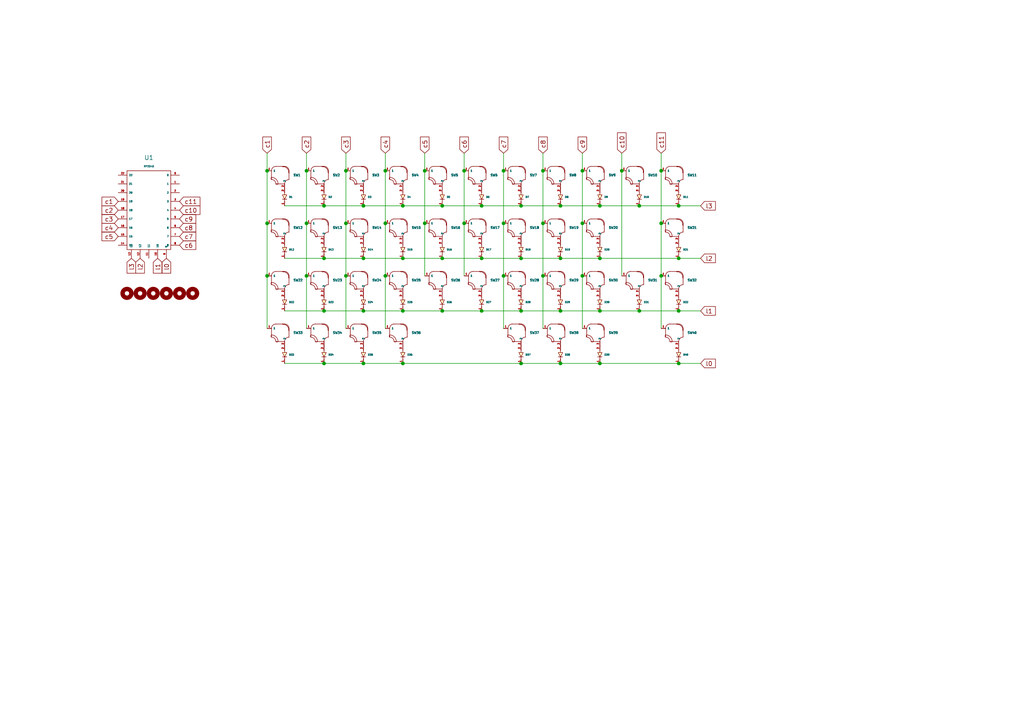
<source format=kicad_sch>
(kicad_sch (version 20211123) (generator eeschema)
  (paper "A4")
  (lib_symbols
    (symbol "Mechanical:MountingHole" (pin_names (offset 1.016))
      (property "Reference" "H" (at 0 5.08 0))
      (property "Value" "MountingHole" (at 0 3.175 0))
      (symbol "MountingHole_0_1"
        (circle (center 0 0) (radius 1.27) (stroke (width 1.27)))
      )
    )
    (symbol "keyb:Diode"
      (property "Reference" "D" (at -0.635 -1.27 0))
      (symbol "Diode_0_1"
        (polyline (pts (xy -1.27 0) (xy -0.635 0)))
        (polyline (pts (xy 0.635 0) (xy 1.27 0)))
        (polyline (pts (xy -0.635 0.635) (xy -0.635 -0.635) (xy -0.635 0)))
        (polyline (pts (xy -0.635 0) (xy 0.635 0.635) (xy 0.635 -0.635) (xy -0.635 0)) (fill (type background)))
      )
      (symbol "Diode_1_1"
        (pin bidirectional line (at -2.54 0 0) (length 1.27) (name "") (number "1"))
        (pin bidirectional line (at 2.54 0 180) (length 1.27) (name "") (number "2"))
      )
    )
    (symbol "keyb:RP2040"
      (property "Reference" "U" (at 0 1.27 0))
      (property "Value" "RP2040" (at 0 -2.54 0))
      (symbol "RP2040_0_1"
        (rectangle (start -6.35 11.43) (end 6.35 -11.43))
      )
      (symbol "RP2040_1_1"
        (pin bidirectional line (at 8.89 10.16 180) (length 2.54) (name "0") (number "0"))
        (pin bidirectional line (at 8.89 7.62 180) (length 2.54) (name "1") (number "1"))
        (pin bidirectional line (at 2.54 -13.97 90) (length 2.54) (name "10") (number "10"))
        (pin bidirectional line (at 0 -13.97 90) (length 2.54) (name "11") (number "11"))
        (pin bidirectional line (at -2.54 -13.97 90) (length 2.54) (name "12") (number "12"))
        (pin bidirectional line (at -5.08 -13.97 90) (length 2.54) (name "13") (number "13"))
        (pin bidirectional line (at -8.89 -10.16 0) (length 2.54) (name "14") (number "14"))
        (pin bidirectional line (at -8.89 -7.62 0) (length 2.54) (name "15") (number "15"))
        (pin bidirectional line (at -8.89 -5.08 0) (length 2.54) (name "16") (number "16"))
        (pin bidirectional line (at -8.89 -2.54 0) (length 2.54) (name "17") (number "17"))
        (pin bidirectional line (at -8.89 0 0) (length 2.54) (name "18") (number "18"))
        (pin bidirectional line (at -8.89 2.54 0) (length 2.54) (name "19") (number "19"))
        (pin bidirectional line (at 8.89 5.08 180) (length 2.54) (name "2") (number "2"))
        (pin bidirectional line (at -8.89 5.08 0) (length 2.54) (name "20") (number "20"))
        (pin bidirectional line (at -8.89 7.62 0) (length 2.54) (name "21") (number "21"))
        (pin bidirectional line (at -8.89 10.16 0) (length 2.54) (name "22") (number "22"))
        (pin bidirectional line (at 8.89 2.54 180) (length 2.54) (name "3") (number "3"))
        (pin bidirectional line (at 8.89 0 180) (length 2.54) (name "4") (number "4"))
        (pin bidirectional line (at 8.89 -2.54 180) (length 2.54) (name "5") (number "5"))
        (pin bidirectional line (at 8.89 -5.08 180) (length 2.54) (name "6") (number "6"))
        (pin bidirectional line (at 8.89 -7.62 180) (length 2.54) (name "7") (number "7"))
        (pin bidirectional line (at 8.89 -10.16 180) (length 2.54) (name "8") (number "8"))
        (pin bidirectional line (at 5.08 -13.97 90) (length 2.54) (name "9") (number "9"))
      )
    )
    (symbol "keyb:key"
      (property "Reference" "SW" (at 0 0 0))
      (symbol "key_0_1"
        (arc (start -2.54 -0.635) (mid -2.6715 -0.9525) (end -2.54 -1.27))
        (arc (start -1.27 -2.54) (mid -1.642 -1.642) (end -2.54 -1.27))
        (arc (start -1.27 -2.54) (mid -0.9525 -2.6715) (end -0.635 -2.54))
        (arc (start -1.27 2.54) (mid -2.168 2.168) (end -2.54 1.27))
        (arc (start -0.635 -2.54) (mid -1.1935 -1.1935) (end -2.54 -0.635))
        (polyline (pts (xy -2.54 -1.27) (xy -2.54 1.27)))
        (polyline (pts (xy -1.27 -2.54) (xy 1.27 -2.54)))
        (polyline (pts (xy 1.27 2.54) (xy -1.27 2.54)))
        (polyline (pts (xy 2.54 -1.27) (xy 2.54 1.27)))
        (arc (start 0.635 2.54) (mid 0.9525 1.7735) (end 1.27 2.54))
        (arc (start 2.54 -1.27) (mid 0.372 -0.372) (end 1.27 -2.54))
        (arc (start 2.54 0.635) (mid 3.887 3.887) (end 0.635 2.54))
        (arc (start 2.54 1.27) (mid 3.438 3.438) (end 1.27 2.54))
        (arc (start 2.54 1.27) (mid 1.7735 0.9525) (end 2.54 0.635))
      )
      (symbol "key_1_1"
        (pin bidirectional line (at -3.81 1.27 0) (length 1.27) (name "1") (number "1"))
        (pin bidirectional line (at 1.27 -3.81 90) (length 1.27) (name "2") (number "2"))
      )
    )
  )
  (junction (at 196.85 59.69))
  (junction (at 162.56 74.93))
  (junction (at 180.34 49.53))
  (junction (at 93.98 74.93))
  (junction (at 191.77 80.01))
  (junction (at 157.48 49.53))
  (junction (at 139.7 90.17))
  (junction (at 146.05 64.77))
  (junction (at 196.85 90.17))
  (junction (at 111.76 80.01))
  (junction (at 88.9 49.53))
  (junction (at 116.84 74.93))
  (junction (at 151.13 74.93))
  (junction (at 100.33 64.77))
  (junction (at 88.9 80.01))
  (junction (at 100.33 80.01))
  (junction (at 173.99 90.17))
  (junction (at 105.41 90.17))
  (junction (at 100.33 49.53))
  (junction (at 105.41 105.41))
  (junction (at 123.19 49.53))
  (junction (at 157.48 64.77))
  (junction (at 196.85 105.41))
  (junction (at 168.91 64.77))
  (junction (at 93.98 105.41))
  (junction (at 168.91 49.53))
  (junction (at 128.27 90.17))
  (junction (at 116.84 90.17))
  (junction (at 77.47 49.53))
  (junction (at 168.91 80.01))
  (junction (at 191.77 49.53))
  (junction (at 134.62 49.53))
  (junction (at 77.47 80.01))
  (junction (at 134.62 64.77))
  (junction (at 146.05 80.01))
  (junction (at 128.27 74.93))
  (junction (at 185.42 90.17))
  (junction (at 157.48 80.01))
  (junction (at 111.76 49.53))
  (junction (at 173.99 74.93))
  (junction (at 123.19 64.77))
  (junction (at 191.77 64.77))
  (junction (at 93.98 59.69))
  (junction (at 162.56 90.17))
  (junction (at 116.84 59.69))
  (junction (at 93.98 90.17))
  (junction (at 77.47 64.77))
  (junction (at 88.9 64.77))
  (junction (at 151.13 90.17))
  (junction (at 196.85 74.93))
  (junction (at 105.41 74.93))
  (junction (at 151.13 105.41))
  (junction (at 105.41 59.69))
  (junction (at 146.05 49.53))
  (junction (at 128.27 59.69))
  (junction (at 151.13 59.69))
  (junction (at 185.42 59.69))
  (junction (at 162.56 105.41))
  (junction (at 173.99 59.69))
  (junction (at 139.7 59.69))
  (junction (at 111.76 64.77))
  (junction (at 139.7 74.93))
  (junction (at 162.56 59.69))
  (junction (at 116.84 105.41))
  (junction (at 173.99 105.41))
  (wire (pts (xy 173.99 74.93) (xy 196.85 74.93)))
  (wire (pts (xy 180.34 49.53) (xy 180.34 80.01)))
  (wire (pts (xy 105.41 105.41) (xy 116.84 105.41)))
  (wire (pts (xy 111.76 44.45) (xy 111.76 49.53)))
  (wire (pts (xy 151.13 59.69) (xy 162.56 59.69)))
  (wire (pts (xy 173.99 105.41) (xy 196.85 105.41)))
  (wire (pts (xy 77.47 80.01) (xy 77.47 95.25)))
  (wire (pts (xy 88.9 80.01) (xy 88.9 95.25)))
  (wire (pts (xy 196.85 105.41) (xy 203.2 105.41)))
  (wire (pts (xy 173.99 90.17) (xy 185.42 90.17)))
  (wire (pts (xy 111.76 80.01) (xy 111.76 95.25)))
  (wire (pts (xy 157.48 49.53) (xy 157.48 64.77)))
  (wire (pts (xy 82.55 74.93) (xy 93.98 74.93)))
  (wire (pts (xy 134.62 49.53) (xy 134.62 64.77)))
  (wire (pts (xy 191.77 49.53) (xy 191.77 64.77)))
  (wire (pts (xy 168.91 64.77) (xy 168.91 80.01)))
  (wire (pts (xy 111.76 49.53) (xy 111.76 64.77)))
  (wire (pts (xy 128.27 74.93) (xy 139.7 74.93)))
  (wire (pts (xy 185.42 59.69) (xy 196.85 59.69)))
  (wire (pts (xy 100.33 44.45) (xy 100.33 49.53)))
  (wire (pts (xy 180.34 44.45) (xy 180.34 49.53)))
  (wire (pts (xy 123.19 49.53) (xy 123.19 64.77)))
  (wire (pts (xy 134.62 64.77) (xy 134.62 80.01)))
  (wire (pts (xy 168.91 49.53) (xy 168.91 64.77)))
  (wire (pts (xy 146.05 80.01) (xy 146.05 95.25)))
  (wire (pts (xy 128.27 59.69) (xy 139.7 59.69)))
  (wire (pts (xy 82.55 59.69) (xy 93.98 59.69)))
  (wire (pts (xy 93.98 90.17) (xy 105.41 90.17)))
  (wire (pts (xy 111.76 64.77) (xy 111.76 80.01)))
  (wire (pts (xy 139.7 90.17) (xy 151.13 90.17)))
  (wire (pts (xy 162.56 74.93) (xy 173.99 74.93)))
  (wire (pts (xy 128.27 90.17) (xy 139.7 90.17)))
  (wire (pts (xy 100.33 64.77) (xy 100.33 80.01)))
  (wire (pts (xy 77.47 64.77) (xy 77.47 80.01)))
  (wire (pts (xy 116.84 105.41) (xy 151.13 105.41)))
  (wire (pts (xy 185.42 90.17) (xy 196.85 90.17)))
  (wire (pts (xy 123.19 44.45) (xy 123.19 49.53)))
  (wire (pts (xy 157.48 80.01) (xy 157.48 95.25)))
  (wire (pts (xy 100.33 80.01) (xy 100.33 95.25)))
  (wire (pts (xy 151.13 105.41) (xy 162.56 105.41)))
  (wire (pts (xy 116.84 74.93) (xy 128.27 74.93)))
  (wire (pts (xy 168.91 80.01) (xy 168.91 95.25)))
  (wire (pts (xy 191.77 44.45) (xy 191.77 49.53)))
  (wire (pts (xy 105.41 59.69) (xy 116.84 59.69)))
  (wire (pts (xy 173.99 59.69) (xy 185.42 59.69)))
  (wire (pts (xy 168.91 44.45) (xy 168.91 49.53)))
  (wire (pts (xy 134.62 44.45) (xy 134.62 49.53)))
  (wire (pts (xy 88.9 44.45) (xy 88.9 49.53)))
  (wire (pts (xy 162.56 90.17) (xy 173.99 90.17)))
  (wire (pts (xy 146.05 49.53) (xy 146.05 64.77)))
  (wire (pts (xy 93.98 59.69) (xy 105.41 59.69)))
  (wire (pts (xy 105.41 74.93) (xy 116.84 74.93)))
  (wire (pts (xy 139.7 74.93) (xy 151.13 74.93)))
  (wire (pts (xy 93.98 74.93) (xy 105.41 74.93)))
  (wire (pts (xy 105.41 90.17) (xy 116.84 90.17)))
  (wire (pts (xy 88.9 64.77) (xy 88.9 80.01)))
  (wire (pts (xy 191.77 80.01) (xy 191.77 95.25)))
  (wire (pts (xy 162.56 105.41) (xy 173.99 105.41)))
  (wire (pts (xy 157.48 64.77) (xy 157.48 80.01)))
  (wire (pts (xy 196.85 59.69) (xy 203.2 59.69)))
  (wire (pts (xy 77.47 44.45) (xy 77.47 49.53)))
  (wire (pts (xy 157.48 44.45) (xy 157.48 49.53)))
  (wire (pts (xy 77.47 49.53) (xy 77.47 64.77)))
  (wire (pts (xy 82.55 105.41) (xy 93.98 105.41)))
  (wire (pts (xy 139.7 59.69) (xy 151.13 59.69)))
  (wire (pts (xy 151.13 74.93) (xy 162.56 74.93)))
  (wire (pts (xy 191.77 64.77) (xy 191.77 80.01)))
  (wire (pts (xy 82.55 90.17) (xy 93.98 90.17)))
  (wire (pts (xy 93.98 105.41) (xy 105.41 105.41)))
  (wire (pts (xy 116.84 90.17) (xy 128.27 90.17)))
  (wire (pts (xy 116.84 59.69) (xy 128.27 59.69)))
  (wire (pts (xy 100.33 49.53) (xy 100.33 64.77)))
  (wire (pts (xy 146.05 64.77) (xy 146.05 80.01)))
  (wire (pts (xy 88.9 49.53) (xy 88.9 64.77)))
  (wire (pts (xy 146.05 44.45) (xy 146.05 49.53)))
  (wire (pts (xy 196.85 74.93) (xy 203.2 74.93)))
  (wire (pts (xy 151.13 90.17) (xy 162.56 90.17)))
  (wire (pts (xy 162.56 59.69) (xy 173.99 59.69)))
  (wire (pts (xy 123.19 64.77) (xy 123.19 80.01)))
  (wire (pts (xy 196.85 90.17) (xy 203.2 90.17)))
  (global_label "c3" (shape input) (at 34.29 63.5 180) (property "Références Inter-Feuilles" "${INTERSHEET_REFS}" (effects hide)))
  (global_label "c2" (shape input) (at 34.29 60.96 180) (property "Références Inter-Feuilles" "${INTERSHEET_REFS}" (effects hide)))
  (global_label "c3" (shape input) (at 100.33 44.45 90) (property "Références Inter-Feuilles" "${INTERSHEET_REFS}" (effects hide)))
  (global_label "c2" (shape input) (at 88.9 44.45 90) (property "Références Inter-Feuilles" "${INTERSHEET_REFS}" (effects hide)))
  (global_label "c8" (shape input) (at 52.07 66.04 0) (property "Références Inter-Feuilles" "${INTERSHEET_REFS}" (effects hide)))
  (global_label "c6" (shape input) (at 52.07 71.12 0) (property "Références Inter-Feuilles" "${INTERSHEET_REFS}" (effects hide)))
  (global_label "c7" (shape input) (at 146.05 44.45 90) (property "Références Inter-Feuilles" "${INTERSHEET_REFS}" (effects hide)))
  (global_label "c1" (shape input) (at 34.29 58.42 180) (property "Références Inter-Feuilles" "${INTERSHEET_REFS}" (effects hide)))
  (global_label "c11" (shape input) (at 52.07 58.42 0) (property "Références Inter-Feuilles" "${INTERSHEET_REFS}" (effects hide)))
  (global_label "l0" (shape input) (at 203.2 105.41 0) (property "Références Inter-Feuilles" "${INTERSHEET_REFS}" (effects hide)))
  (global_label "c4" (shape input) (at 34.29 66.04 180) (property "Références Inter-Feuilles" "${INTERSHEET_REFS}" (effects hide)))
  (global_label "l3" (shape input) (at 203.2 59.69 0) (property "Références Inter-Feuilles" "${INTERSHEET_REFS}" (effects hide)))
  (global_label "l1" (shape input) (at 45.72 74.93 270) (property "Références Inter-Feuilles" "${INTERSHEET_REFS}" (effects hide)))
  (global_label "c9" (shape input) (at 52.07 63.5 0) (property "Références Inter-Feuilles" "${INTERSHEET_REFS}" (effects hide)))
  (global_label "c10" (shape input) (at 52.07 60.96 0) (property "Références Inter-Feuilles" "${INTERSHEET_REFS}" (effects hide)))
  (global_label "c10" (shape input) (at 180.34 44.45 90) (property "Références Inter-Feuilles" "${INTERSHEET_REFS}" (effects hide)))
  (global_label "c8" (shape input) (at 157.48 44.45 90) (property "Références Inter-Feuilles" "${INTERSHEET_REFS}" (effects hide)))
  (global_label "c1" (shape input) (at 77.47 44.45 90) (property "Références Inter-Feuilles" "${INTERSHEET_REFS}" (effects hide)))
  (global_label "c5" (shape input) (at 34.29 68.58 180) (property "Références Inter-Feuilles" "${INTERSHEET_REFS}" (effects hide)))
  (global_label "c4" (shape input) (at 111.76 44.45 90) (property "Références Inter-Feuilles" "${INTERSHEET_REFS}" (effects hide)))
  (global_label "c6" (shape input) (at 134.62 44.45 90) (property "Références Inter-Feuilles" "${INTERSHEET_REFS}" (effects hide)))
  (global_label "c9" (shape input) (at 168.91 44.45 90) (property "Références Inter-Feuilles" "${INTERSHEET_REFS}" (effects hide)))
  (global_label "l3" (shape input) (at 38.1 74.93 270) (property "Références Inter-Feuilles" "${INTERSHEET_REFS}" (effects hide)))
  (global_label "c11" (shape input) (at 191.77 44.45 90) (property "Références Inter-Feuilles" "${INTERSHEET_REFS}" (effects hide)))
  (global_label "c5" (shape input) (at 123.19 44.45 90) (property "Références Inter-Feuilles" "${INTERSHEET_REFS}" (effects hide)))
  (global_label "l2" (shape input) (at 40.64 74.93 270) (property "Références Inter-Feuilles" "${INTERSHEET_REFS}" (effects hide)))
  (global_label "c7" (shape input) (at 52.07 68.58 0) (property "Références Inter-Feuilles" "${INTERSHEET_REFS}" (effects hide)))
  (global_label "l1" (shape input) (at 203.2 90.17 0) (property "Références Inter-Feuilles" "${INTERSHEET_REFS}" (effects hide)))
  (global_label "l2" (shape input) (at 203.2 74.93 0) (property "Références Inter-Feuilles" "${INTERSHEET_REFS}" (effects hide)))
  (global_label "l0" (shape input) (at 48.26 74.93 270) (property "Références Inter-Feuilles" "${INTERSHEET_REFS}" (effects hide)))
  (symbol (lib_id "keyb:Diode") (at 173.99 87.63 90) (unit 1)
    (property "Reference" "D30" (at 175.26 87.63 90) (effects (font (size 0.5 0.5)) (justify right)))
    (property "Value" "Diode" (effects hide))
    (property "Footprint" "keyb-libs:Diode" (effects hide))
  )
  (symbol (lib_id "keyb:Diode") (at 116.84 57.15 90) (unit 1)
    (property "Reference" "D4" (at 118.11 57.15 90) (effects (font (size 0.5 0.5)) (justify right)))
    (property "Value" "Diode" (effects hide))
    (property "Footprint" "keyb-libs:Diode" (effects hide))
  )
  (symbol (lib_id "keyb:key") (at 127 66.04 0) (unit 1)
    (property "Reference" "SW16" (at 130.81 66.0399 0) (effects (font (size 0.65 0.65)) (justify left)))
    (property "Value" "key" (effects hide))
    (property "Footprint" "keyb-libs:MX-5pin" (effects hide))
  )
  (symbol (lib_id "keyb:Diode") (at 196.85 102.87 90) (unit 1)
    (property "Reference" "D40" (at 198.12 102.87 90) (effects (font (size 0.5 0.5)) (justify right)))
    (property "Value" "Diode" (effects hide))
    (property "Footprint" "keyb-libs:Diode" (effects hide))
  )
  (symbol (lib_id "keyb:Diode") (at 116.84 72.39 90) (unit 1)
    (property "Reference" "D15" (at 118.11 72.39 90) (effects (font (size 0.5 0.5)) (justify right)))
    (property "Value" "Diode" (effects hide))
    (property "Footprint" "keyb-libs:Diode" (effects hide))
  )
  (symbol (lib_id "Mechanical:MountingHole") (at 44.45 85.09 0) (unit 1)
    (property "Reference" "H3" (effects hide))
    (property "Value" "MountingHole" (effects hide))
    (property "Footprint" "MountingHole:MountingHole_2.2mm_M2" (effects hide))
  )
  (symbol (lib_id "keyb:key") (at 172.72 66.04 0) (unit 1)
    (property "Reference" "SW20" (at 176.53 66.0399 0) (effects (font (size 0.65 0.65)) (justify left)))
    (property "Value" "key" (effects hide))
    (property "Footprint" "keyb-libs:MX-5pin" (effects hide))
  )
  (symbol (lib_id "keyb:key") (at 81.28 66.04 0) (unit 1)
    (property "Reference" "SW12" (at 85.09 66.0399 0) (effects (font (size 0.65 0.65)) (justify left)))
    (property "Value" "key" (effects hide))
    (property "Footprint" "keyb-libs:MX-5pin" (effects hide))
  )
  (symbol (lib_id "keyb:Diode") (at 162.56 57.15 90) (unit 1)
    (property "Reference" "D8" (at 163.83 57.15 90) (effects (font (size 0.5 0.5)) (justify right)))
    (property "Value" "Diode" (effects hide))
    (property "Footprint" "keyb-libs:Diode" (effects hide))
  )
  (symbol (lib_id "keyb:Diode") (at 185.42 87.63 90) (unit 1)
    (property "Reference" "D31" (at 186.69 87.63 90) (effects (font (size 0.5 0.5)) (justify right)))
    (property "Value" "Diode" (effects hide))
    (property "Footprint" "keyb-libs:Diode" (effects hide))
  )
  (symbol (lib_id "Mechanical:MountingHole") (at 48.26 85.09 0) (unit 1)
    (property "Reference" "H4" (effects hide))
    (property "Value" "MountingHole" (effects hide))
    (property "Footprint" "MountingHole:MountingHole_2.2mm_M2" (effects hide))
  )
  (symbol (lib_id "keyb:key") (at 184.15 81.28 0) (unit 1)
    (property "Reference" "SW31" (at 187.96 81.2799 0) (effects (font (size 0.65 0.65)) (justify left)))
    (property "Value" "key" (effects hide))
    (property "Footprint" "keyb-libs:MX-5pin" (effects hide))
  )
  (symbol (lib_id "keyb:Diode") (at 139.7 87.63 90) (unit 1)
    (property "Reference" "D27" (at 140.97 87.63 90) (effects (font (size 0.5 0.5)) (justify right)))
    (property "Value" "Diode" (effects hide))
    (property "Footprint" "keyb-libs:Diode" (effects hide))
  )
  (symbol (lib_id "keyb:key") (at 92.71 81.28 0) (unit 1)
    (property "Reference" "SW23" (at 96.52 81.2799 0) (effects (font (size 0.65 0.65)) (justify left)))
    (property "Value" "key" (effects hide))
    (property "Footprint" "keyb-libs:MX-5pin" (effects hide))
  )
  (symbol (lib_id "keyb:RP2040") (at 43.18 60.96 0) (unit 1)
    (property "Reference" "U1" (at 43.18 45.72 0))
    (property "Value" "RP2040" (at 43.18 48.26 0) (effects (font (size 0.5 0.5))))
    (property "Footprint" "keyb-libs:RP2040" (effects hide))
  )
  (symbol (lib_id "keyb:Diode") (at 82.55 102.87 90) (unit 1)
    (property "Reference" "D33" (at 83.82 102.87 90) (effects (font (size 0.5 0.5)) (justify right)))
    (property "Value" "Diode" (effects hide))
    (property "Footprint" "keyb-libs:Diode" (effects hide))
  )
  (symbol (lib_id "keyb:key") (at 104.14 81.28 0) (unit 1)
    (property "Reference" "SW24" (at 107.95 81.2799 0) (effects (font (size 0.65 0.65)) (justify left)))
    (property "Value" "key" (effects hide))
    (property "Footprint" "keyb-libs:MX-5pin" (effects hide))
  )
  (symbol (lib_id "keyb:Diode") (at 196.85 57.15 90) (unit 1)
    (property "Reference" "D11" (at 198.12 57.15 90) (effects (font (size 0.5 0.5)) (justify right)))
    (property "Value" "Diode" (effects hide))
    (property "Footprint" "keyb-libs:Diode" (effects hide))
  )
  (symbol (lib_id "keyb:key") (at 195.58 96.52 0) (unit 1)
    (property "Reference" "SW40" (at 199.39 96.5199 0) (effects (font (size 0.65 0.65)) (justify left)))
    (property "Value" "key" (effects hide))
    (property "Footprint" "keyb-libs:MX-5pin" (effects hide))
  )
  (symbol (lib_id "Mechanical:MountingHole") (at 36.83 85.09 0) (unit 1)
    (property "Reference" "H1" (effects hide))
    (property "Value" "MountingHole" (effects hide))
    (property "Footprint" "MountingHole:MountingHole_2.2mm_M2" (effects hide))
  )
  (symbol (lib_id "keyb:key") (at 149.86 81.28 0) (unit 1)
    (property "Reference" "SW28" (at 153.67 81.2799 0) (effects (font (size 0.65 0.65)) (justify left)))
    (property "Value" "key" (effects hide))
    (property "Footprint" "keyb-libs:MX-5pin" (effects hide))
  )
  (symbol (lib_id "keyb:Diode") (at 128.27 57.15 90) (unit 1)
    (property "Reference" "D5" (at 129.54 57.15 90) (effects (font (size 0.5 0.5)) (justify right)))
    (property "Value" "Diode" (effects hide))
    (property "Footprint" "keyb-libs:Diode" (effects hide))
  )
  (symbol (lib_id "keyb:Diode") (at 151.13 87.63 90) (unit 1)
    (property "Reference" "D28" (at 152.4 87.63 90) (effects (font (size 0.5 0.5)) (justify right)))
    (property "Value" "Diode" (effects hide))
    (property "Footprint" "keyb-libs:Diode" (effects hide))
  )
  (symbol (lib_id "keyb:key") (at 149.86 66.04 0) (unit 1)
    (property "Reference" "SW18" (at 153.67 66.0399 0) (effects (font (size 0.65 0.65)) (justify left)))
    (property "Value" "key" (effects hide))
    (property "Footprint" "keyb-libs:MX-5pin" (effects hide))
  )
  (symbol (lib_id "keyb:key") (at 127 50.8 0) (unit 1)
    (property "Reference" "SW5" (at 130.81 50.7999 0) (effects (font (size 0.65 0.65)) (justify left)))
    (property "Value" "key" (effects hide))
    (property "Footprint" "keyb-libs:MX-5pin" (effects hide))
  )
  (symbol (lib_id "keyb:Diode") (at 173.99 57.15 90) (unit 1)
    (property "Reference" "D9" (at 175.26 57.15 90) (effects (font (size 0.5 0.5)) (justify right)))
    (property "Value" "Diode" (effects hide))
    (property "Footprint" "keyb-libs:Diode" (effects hide))
  )
  (symbol (lib_id "keyb:Diode") (at 196.85 87.63 90) (unit 1)
    (property "Reference" "D32" (at 198.12 87.63 90) (effects (font (size 0.5 0.5)) (justify right)))
    (property "Value" "Diode" (effects hide))
    (property "Footprint" "keyb-libs:Diode" (effects hide))
  )
  (symbol (lib_id "keyb:key") (at 81.28 81.28 0) (unit 1)
    (property "Reference" "SW22" (at 85.09 81.2799 0) (effects (font (size 0.65 0.65)) (justify left)))
    (property "Value" "key" (effects hide))
    (property "Footprint" "keyb-libs:MX-5pin" (effects hide))
  )
  (symbol (lib_id "keyb:key") (at 115.57 50.8 0) (unit 1)
    (property "Reference" "SW4" (at 119.38 50.7999 0) (effects (font (size 0.65 0.65)) (justify left)))
    (property "Value" "key" (effects hide))
    (property "Footprint" "keyb-libs:MX-5pin" (effects hide))
  )
  (symbol (lib_id "keyb:key") (at 172.72 96.52 0) (unit 1)
    (property "Reference" "SW39" (at 176.53 96.5199 0) (effects (font (size 0.65 0.65)) (justify left)))
    (property "Value" "key" (effects hide))
    (property "Footprint" "keyb-libs:MX-5pin" (effects hide))
  )
  (symbol (lib_id "Mechanical:MountingHole") (at 40.64 85.09 0) (unit 1)
    (property "Reference" "H2" (effects hide))
    (property "Value" "MountingHole" (effects hide))
    (property "Footprint" "MountingHole:MountingHole_2.2mm_M2" (effects hide))
  )
  (symbol (lib_id "keyb:Diode") (at 82.55 57.15 90) (unit 1)
    (property "Reference" "D1" (at 83.82 57.15 90) (effects (font (size 0.5 0.5)) (justify right)))
    (property "Value" "Diode" (effects hide))
    (property "Footprint" "keyb-libs:Diode" (effects hide))
  )
  (symbol (lib_id "keyb:Diode") (at 151.13 102.87 90) (unit 1)
    (property "Reference" "D37" (at 152.4 102.87 90) (effects (font (size 0.5 0.5)) (justify right)))
    (property "Value" "Diode" (effects hide))
    (property "Footprint" "keyb-libs:Diode" (effects hide))
  )
  (symbol (lib_id "keyb:Diode") (at 82.55 72.39 90) (unit 1)
    (property "Reference" "D12" (at 83.82 72.39 90) (effects (font (size 0.5 0.5)) (justify right)))
    (property "Value" "Diode" (effects hide))
    (property "Footprint" "keyb-libs:Diode" (effects hide))
  )
  (symbol (lib_id "keyb:Diode") (at 139.7 72.39 90) (unit 1)
    (property "Reference" "D17" (at 140.97 72.39 90) (effects (font (size 0.5 0.5)) (justify right)))
    (property "Value" "Diode" (effects hide))
    (property "Footprint" "keyb-libs:Diode" (effects hide))
  )
  (symbol (lib_id "keyb:key") (at 138.43 66.04 0) (unit 1)
    (property "Reference" "SW17" (at 142.24 66.0399 0) (effects (font (size 0.65 0.65)) (justify left)))
    (property "Value" "key" (effects hide))
    (property "Footprint" "keyb-libs:MX-5pin" (effects hide))
  )
  (symbol (lib_id "keyb:key") (at 127 81.28 0) (unit 1)
    (property "Reference" "SW26" (at 130.81 81.2799 0) (effects (font (size 0.65 0.65)) (justify left)))
    (property "Value" "key" (effects hide))
    (property "Footprint" "keyb-libs:MX-5pin" (effects hide))
  )
  (symbol (lib_id "keyb:Diode") (at 162.56 102.87 90) (unit 1)
    (property "Reference" "D38" (at 163.83 102.87 90) (effects (font (size 0.5 0.5)) (justify right)))
    (property "Value" "Diode" (effects hide))
    (property "Footprint" "keyb-libs:Diode" (effects hide))
  )
  (symbol (lib_id "keyb:key") (at 149.86 50.8 0) (unit 1)
    (property "Reference" "SW7" (at 153.67 50.7999 0) (effects (font (size 0.65 0.65)) (justify left)))
    (property "Value" "key" (effects hide))
    (property "Footprint" "keyb-libs:MX-5pin" (effects hide))
  )
  (symbol (lib_id "keyb:key") (at 104.14 50.8 0) (unit 1)
    (property "Reference" "SW3" (at 107.95 50.7999 0) (effects (font (size 0.65 0.65)) (justify left)))
    (property "Value" "key" (effects hide))
    (property "Footprint" "keyb-libs:MX-5pin" (effects hide))
  )
  (symbol (lib_id "Mechanical:MountingHole") (at 52.07 85.09 0) (unit 1)
    (property "Reference" "H5" (effects hide))
    (property "Value" "MountingHole" (effects hide))
    (property "Footprint" "MountingHole:MountingHole_2.2mm_M2" (effects hide))
  )
  (symbol (lib_id "keyb:key") (at 172.72 50.8 0) (unit 1)
    (property "Reference" "SW9" (at 176.53 50.7999 0) (effects (font (size 0.65 0.65)) (justify left)))
    (property "Value" "key" (effects hide))
    (property "Footprint" "keyb-libs:MX-5pin" (effects hide))
  )
  (symbol (lib_id "keyb:Diode") (at 173.99 72.39 90) (unit 1)
    (property "Reference" "D20" (at 175.26 72.39 90) (effects (font (size 0.5 0.5)) (justify right)))
    (property "Value" "Diode" (effects hide))
    (property "Footprint" "keyb-libs:Diode" (effects hide))
  )
  (symbol (lib_id "keyb:Diode") (at 196.85 72.39 90) (unit 1)
    (property "Reference" "D21" (at 198.12 72.39 90) (effects (font (size 0.5 0.5)) (justify right)))
    (property "Value" "Diode" (effects hide))
    (property "Footprint" "keyb-libs:Diode" (effects hide))
  )
  (symbol (lib_id "keyb:key") (at 161.29 81.28 0) (unit 1)
    (property "Reference" "SW29" (at 165.1 81.2799 0) (effects (font (size 0.65 0.65)) (justify left)))
    (property "Value" "key" (effects hide))
    (property "Footprint" "keyb-libs:MX-5pin" (effects hide))
  )
  (symbol (lib_id "keyb:Diode") (at 105.41 87.63 90) (unit 1)
    (property "Reference" "D24" (at 106.68 87.63 90) (effects (font (size 0.5 0.5)) (justify right)))
    (property "Value" "Diode" (effects hide))
    (property "Footprint" "keyb-libs:Diode" (effects hide))
  )
  (symbol (lib_id "keyb:Diode") (at 93.98 102.87 90) (unit 1)
    (property "Reference" "D34" (at 95.25 102.87 90) (effects (font (size 0.5 0.5)) (justify right)))
    (property "Value" "Diode" (effects hide))
    (property "Footprint" "keyb-libs:Diode" (effects hide))
  )
  (symbol (lib_id "keyb:Diode") (at 128.27 87.63 90) (unit 1)
    (property "Reference" "D26" (at 129.54 87.63 90) (effects (font (size 0.5 0.5)) (justify right)))
    (property "Value" "Diode" (effects hide))
    (property "Footprint" "keyb-libs:Diode" (effects hide))
  )
  (symbol (lib_id "keyb:key") (at 92.71 50.8 0) (unit 1)
    (property "Reference" "SW2" (at 96.52 50.7999 0) (effects (font (size 0.65 0.65)) (justify left)))
    (property "Value" "key" (effects hide))
    (property "Footprint" "keyb-libs:MX-5pin" (effects hide))
  )
  (symbol (lib_id "keyb:key") (at 195.58 50.8 0) (unit 1)
    (property "Reference" "SW11" (at 199.39 50.7999 0) (effects (font (size 0.65 0.65)) (justify left)))
    (property "Value" "key" (effects hide))
    (property "Footprint" "keyb-libs:MX-5pin" (effects hide))
  )
  (symbol (lib_id "keyb:key") (at 149.86 96.52 0) (unit 1)
    (property "Reference" "SW37" (at 153.67 96.5199 0) (effects (font (size 0.65 0.65)) (justify left)))
    (property "Value" "key" (effects hide))
    (property "Footprint" "keyb-libs:MX-5pin_stab" (effects hide))
  )
  (symbol (lib_id "keyb:key") (at 138.43 50.8 0) (unit 1)
    (property "Reference" "SW6" (at 142.24 50.7999 0) (effects (font (size 0.65 0.65)) (justify left)))
    (property "Value" "key" (effects hide))
    (property "Footprint" "keyb-libs:MX-5pin" (effects hide))
  )
  (symbol (lib_id "keyb:Diode") (at 93.98 57.15 90) (unit 1)
    (property "Reference" "D2" (at 95.25 57.15 90) (effects (font (size 0.5 0.5)) (justify right)))
    (property "Value" "Diode" (effects hide))
    (property "Footprint" "keyb-libs:Diode" (effects hide))
  )
  (symbol (lib_id "keyb:Diode") (at 105.41 57.15 90) (unit 1)
    (property "Reference" "D3" (at 106.68 57.15 90) (effects (font (size 0.5 0.5)) (justify right)))
    (property "Value" "Diode" (effects hide))
    (property "Footprint" "keyb-libs:Diode" (effects hide))
  )
  (symbol (lib_id "keyb:Diode") (at 162.56 72.39 90) (unit 1)
    (property "Reference" "D19" (at 163.83 72.39 90) (effects (font (size 0.5 0.5)) (justify right)))
    (property "Value" "Diode" (effects hide))
    (property "Footprint" "keyb-libs:Diode" (effects hide))
  )
  (symbol (lib_id "keyb:Diode") (at 82.55 87.63 90) (unit 1)
    (property "Reference" "D22" (at 83.82 87.63 90) (effects (font (size 0.5 0.5)) (justify right)))
    (property "Value" "Diode" (effects hide))
    (property "Footprint" "keyb-libs:Diode" (effects hide))
  )
  (symbol (lib_id "keyb:Diode") (at 139.7 57.15 90) (unit 1)
    (property "Reference" "D6" (at 140.97 57.15 90) (effects (font (size 0.5 0.5)) (justify right)))
    (property "Value" "Diode" (effects hide))
    (property "Footprint" "keyb-libs:Diode" (effects hide))
  )
  (symbol (lib_id "keyb:Diode") (at 173.99 102.87 90) (unit 1)
    (property "Reference" "D39" (at 175.26 102.87 90) (effects (font (size 0.5 0.5)) (justify right)))
    (property "Value" "Diode" (effects hide))
    (property "Footprint" "keyb-libs:Diode" (effects hide))
  )
  (symbol (lib_id "keyb:key") (at 161.29 66.04 0) (unit 1)
    (property "Reference" "SW19" (at 165.1 66.0399 0) (effects (font (size 0.65 0.65)) (justify left)))
    (property "Value" "key" (effects hide))
    (property "Footprint" "keyb-libs:MX-5pin" (effects hide))
  )
  (symbol (lib_id "keyb:Diode") (at 151.13 72.39 90) (unit 1)
    (property "Reference" "D18" (at 152.4 72.39 90) (effects (font (size 0.5 0.5)) (justify right)))
    (property "Value" "Diode" (effects hide))
    (property "Footprint" "keyb-libs:Diode" (effects hide))
  )
  (symbol (lib_id "keyb:key") (at 172.72 81.28 0) (unit 1)
    (property "Reference" "SW30" (at 176.53 81.2799 0) (effects (font (size 0.65 0.65)) (justify left)))
    (property "Value" "key" (effects hide))
    (property "Footprint" "keyb-libs:MX-5pin" (effects hide))
  )
  (symbol (lib_id "keyb:Diode") (at 116.84 87.63 90) (unit 1)
    (property "Reference" "D25" (at 118.11 87.63 90) (effects (font (size 0.5 0.5)) (justify right)))
    (property "Value" "Diode" (effects hide))
    (property "Footprint" "keyb-libs:Diode" (effects hide))
  )
  (symbol (lib_id "keyb:key") (at 161.29 96.52 0) (unit 1)
    (property "Reference" "SW38" (at 165.1 96.5199 0) (effects (font (size 0.65 0.65)) (justify left)))
    (property "Value" "key" (effects hide))
    (property "Footprint" "keyb-libs:MX-5pin" (effects hide))
  )
  (symbol (lib_id "keyb:key") (at 92.71 66.04 0) (unit 1)
    (property "Reference" "SW13" (at 96.52 66.0399 0) (effects (font (size 0.65 0.65)) (justify left)))
    (property "Value" "key" (effects hide))
    (property "Footprint" "keyb-libs:MX-5pin" (effects hide))
  )
  (symbol (lib_id "keyb:key") (at 81.28 96.52 0) (unit 1)
    (property "Reference" "SW33" (at 85.09 96.5199 0) (effects (font (size 0.65 0.65)) (justify left)))
    (property "Value" "key" (effects hide))
    (property "Footprint" "keyb-libs:MX-5pin" (effects hide))
  )
  (symbol (lib_id "keyb:key") (at 81.28 50.8 0) (unit 1)
    (property "Reference" "SW1" (at 85.09 50.7999 0) (effects (font (size 0.65 0.65)) (justify left)))
    (property "Value" "key" (effects hide))
    (property "Footprint" "keyb-libs:MX-5pin" (effects hide))
  )
  (symbol (lib_id "Mechanical:MountingHole") (at 55.88 85.09 0) (unit 1)
    (property "Reference" "H6" (effects hide))
    (property "Value" "MountingHole" (effects hide))
    (property "Footprint" "MountingHole:MountingHole_2.2mm_M2" (effects hide))
  )
  (symbol (lib_id "keyb:Diode") (at 105.41 102.87 90) (unit 1)
    (property "Reference" "D35" (at 106.68 102.87 90) (effects (font (size 0.5 0.5)) (justify right)))
    (property "Value" "Diode" (effects hide))
    (property "Footprint" "keyb-libs:Diode" (effects hide))
  )
  (symbol (lib_id "keyb:key") (at 195.58 66.04 0) (unit 1)
    (property "Reference" "SW21" (at 199.39 66.0399 0) (effects (font (size 0.65 0.65)) (justify left)))
    (property "Value" "key" (effects hide))
    (property "Footprint" "keyb-libs:MX-5pin" (effects hide))
  )
  (symbol (lib_id "keyb:Diode") (at 185.42 57.15 90) (unit 1)
    (property "Reference" "D10" (at 186.69 57.15 90) (effects (font (size 0.5 0.5)) (justify right)))
    (property "Value" "Diode" (effects hide))
    (property "Footprint" "keyb-libs:Diode" (effects hide))
  )
  (symbol (lib_id "keyb:key") (at 184.15 50.8 0) (unit 1)
    (property "Reference" "SW10" (at 187.96 50.7999 0) (effects (font (size 0.65 0.65)) (justify left)))
    (property "Value" "key" (effects hide))
    (property "Footprint" "keyb-libs:MX-5pin" (effects hide))
  )
  (symbol (lib_id "keyb:Diode") (at 105.41 72.39 90) (unit 1)
    (property "Reference" "D14" (at 106.68 72.39 90) (effects (font (size 0.5 0.5)) (justify right)))
    (property "Value" "Diode" (effects hide))
    (property "Footprint" "keyb-libs:Diode" (effects hide))
  )
  (symbol (lib_id "keyb:key") (at 161.29 50.8 0) (unit 1)
    (property "Reference" "SW8" (at 165.1 50.7999 0) (effects (font (size 0.65 0.65)) (justify left)))
    (property "Value" "key" (effects hide))
    (property "Footprint" "keyb-libs:MX-5pin" (effects hide))
  )
  (symbol (lib_id "keyb:key") (at 115.57 66.04 0) (unit 1)
    (property "Reference" "SW15" (at 119.38 66.0399 0) (effects (font (size 0.65 0.65)) (justify left)))
    (property "Value" "key" (effects hide))
    (property "Footprint" "keyb-libs:MX-5pin" (effects hide))
  )
  (symbol (lib_id "keyb:key") (at 92.71 96.52 0) (unit 1)
    (property "Reference" "SW34" (at 96.52 96.5199 0) (effects (font (size 0.65 0.65)) (justify left)))
    (property "Value" "key" (effects hide))
    (property "Footprint" "keyb-libs:MX-5pin" (effects hide))
  )
  (symbol (lib_id "keyb:key") (at 115.57 96.52 0) (unit 1)
    (property "Reference" "SW36" (at 119.38 96.5199 0) (effects (font (size 0.65 0.65)) (justify left)))
    (property "Value" "key" (effects hide))
    (property "Footprint" "keyb-libs:MX-5pin_stab" (effects hide))
  )
  (symbol (lib_id "keyb:key") (at 104.14 66.04 0) (unit 1)
    (property "Reference" "SW14" (at 107.95 66.0399 0) (effects (font (size 0.65 0.65)) (justify left)))
    (property "Value" "key" (effects hide))
    (property "Footprint" "keyb-libs:MX-5pin" (effects hide))
  )
  (symbol (lib_id "keyb:Diode") (at 93.98 87.63 90) (unit 1)
    (property "Reference" "D23" (at 95.25 87.63 90) (effects (font (size 0.5 0.5)) (justify right)))
    (property "Value" "Diode" (effects hide))
    (property "Footprint" "keyb-libs:Diode" (effects hide))
  )
  (symbol (lib_id "keyb:Diode") (at 93.98 72.39 90) (unit 1)
    (property "Reference" "D13" (at 95.25 72.39 90) (effects (font (size 0.5 0.5)) (justify right)))
    (property "Value" "Diode" (effects hide))
    (property "Footprint" "keyb-libs:Diode" (effects hide))
  )
  (symbol (lib_id "keyb:Diode") (at 116.84 102.87 90) (unit 1)
    (property "Reference" "D36" (at 118.11 102.87 90) (effects (font (size 0.5 0.5)) (justify right)))
    (property "Value" "Diode" (effects hide))
    (property "Footprint" "keyb-libs:Diode" (effects hide))
  )
  (symbol (lib_id "keyb:Diode") (at 162.56 87.63 90) (unit 1)
    (property "Reference" "D29" (at 163.83 87.63 90) (effects (font (size 0.5 0.5)) (justify right)))
    (property "Value" "Diode" (effects hide))
    (property "Footprint" "keyb-libs:Diode" (effects hide))
  )
  (symbol (lib_id "keyb:key") (at 104.14 96.52 0) (unit 1)
    (property "Reference" "SW35" (at 107.95 96.5199 0) (effects (font (size 0.65 0.65)) (justify left)))
    (property "Value" "key" (effects hide))
    (property "Footprint" "keyb-libs:MX-5pin" (effects hide))
  )
  (symbol (lib_id "keyb:key") (at 195.58 81.28 0) (unit 1)
    (property "Reference" "SW32" (at 199.39 81.2799 0) (effects (font (size 0.65 0.65)) (justify left)))
    (property "Value" "key" (effects hide))
    (property "Footprint" "keyb-libs:MX-5pin" (effects hide))
  )
  (symbol (lib_id "keyb:key") (at 138.43 81.28 0) (unit 1)
    (property "Reference" "SW27" (at 142.24 81.2799 0) (effects (font (size 0.65 0.65)) (justify left)))
    (property "Value" "key" (effects hide))
    (property "Footprint" "keyb-libs:MX-5pin" (effects hide))
  )
  (symbol (lib_id "keyb:Diode") (at 151.13 57.15 90) (unit 1)
    (property "Reference" "D7" (at 152.4 57.15 90) (effects (font (size 0.5 0.5)) (justify right)))
    (property "Value" "Diode" (effects hide))
    (property "Footprint" "keyb-libs:Diode" (effects hide))
  )
  (symbol (lib_id "keyb:Diode") (at 128.27 72.39 90) (unit 1)
    (property "Reference" "D16" (at 129.54 72.39 90) (effects (font (size 0.5 0.5)) (justify right)))
    (property "Value" "Diode" (effects hide))
    (property "Footprint" "keyb-libs:Diode" (effects hide))
  )
  (symbol (lib_id "keyb:key") (at 115.57 81.28 0) (unit 1)
    (property "Reference" "SW25" (at 119.38 81.2799 0) (effects (font (size 0.65 0.65)) (justify left)))
    (property "Value" "key" (effects hide))
    (property "Footprint" "keyb-libs:MX-5pin" (effects hide))
  )
)
</source>
